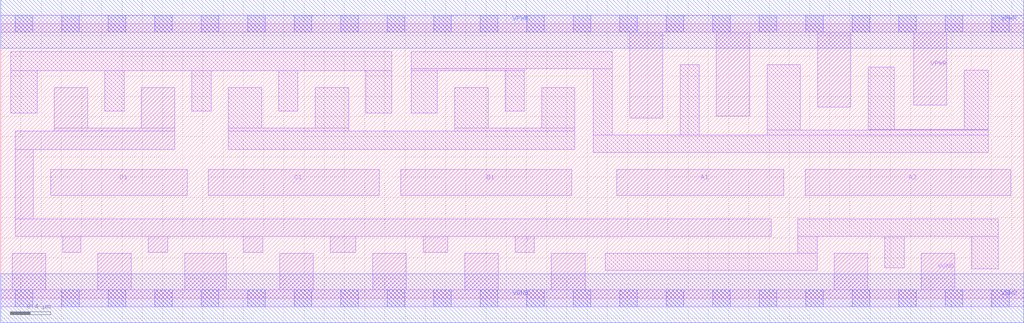
<source format=lef>
# Copyright 2020 The SkyWater PDK Authors
#
# Licensed under the Apache License, Version 2.0 (the "License");
# you may not use this file except in compliance with the License.
# You may obtain a copy of the License at
#
#     https://www.apache.org/licenses/LICENSE-2.0
#
# Unless required by applicable law or agreed to in writing, software
# distributed under the License is distributed on an "AS IS" BASIS,
# WITHOUT WARRANTIES OR CONDITIONS OF ANY KIND, either express or implied.
# See the License for the specific language governing permissions and
# limitations under the License.
#
# SPDX-License-Identifier: Apache-2.0

VERSION 5.7 ;
  NAMESCASESENSITIVE ON ;
  NOWIREEXTENSIONATPIN ON ;
  DIVIDERCHAR "/" ;
  BUSBITCHARS "[]" ;
UNITS
  DATABASE MICRONS 200 ;
END UNITS
MACRO sky130_fd_sc_hd__a2111oi_4
  CLASS CORE ;
  SOURCE USER ;
  FOREIGN sky130_fd_sc_hd__a2111oi_4 ;
  ORIGIN  0.000000  0.000000 ;
  SIZE  10.12000 BY  2.720000 ;
  SYMMETRY X Y R90 ;
  SITE unithd ;
  PIN A1
    ANTENNAGATEAREA  0.990000 ;
    DIRECTION INPUT ;
    USE SIGNAL ;
    PORT
      LAYER li1 ;
        RECT 6.095000 1.020000 7.745000 1.275000 ;
    END
  END A1
  PIN A2
    ANTENNAGATEAREA  0.990000 ;
    DIRECTION INPUT ;
    USE SIGNAL ;
    PORT
      LAYER li1 ;
        RECT 7.960000 1.020000 9.990000 1.275000 ;
    END
  END A2
  PIN B1
    ANTENNAGATEAREA  0.990000 ;
    DIRECTION INPUT ;
    USE SIGNAL ;
    PORT
      LAYER li1 ;
        RECT 3.955000 1.020000 5.650000 1.275000 ;
    END
  END B1
  PIN C1
    ANTENNAGATEAREA  0.990000 ;
    DIRECTION INPUT ;
    USE SIGNAL ;
    PORT
      LAYER li1 ;
        RECT 2.055000 1.020000 3.745000 1.275000 ;
    END
  END C1
  PIN D1
    ANTENNAGATEAREA  0.990000 ;
    DIRECTION INPUT ;
    USE SIGNAL ;
    PORT
      LAYER li1 ;
        RECT 0.495000 1.020000 1.845000 1.275000 ;
    END
  END D1
  PIN Y
    ANTENNADIFFAREA  2.009500 ;
    DIRECTION OUTPUT ;
    USE SIGNAL ;
    PORT
      LAYER li1 ;
        RECT 0.145000 0.615000 7.620000 0.785000 ;
        RECT 0.145000 0.785000 0.320000 1.475000 ;
        RECT 0.145000 1.475000 1.720000 1.655000 ;
        RECT 0.530000 1.655000 1.720000 1.685000 ;
        RECT 0.530000 1.685000 0.860000 2.085000 ;
        RECT 0.615000 0.455000 0.790000 0.615000 ;
        RECT 1.390000 1.685000 1.720000 2.085000 ;
        RECT 1.460000 0.455000 1.650000 0.615000 ;
        RECT 2.400000 0.455000 2.590000 0.615000 ;
        RECT 3.260000 0.455000 3.510000 0.615000 ;
        RECT 4.180000 0.455000 4.420000 0.615000 ;
        RECT 5.090000 0.455000 5.275000 0.615000 ;
    END
  END Y
  PIN VGND
    DIRECTION INOUT ;
    SHAPE ABUTMENT ;
    USE GROUND ;
    PORT
      LAYER li1 ;
        RECT 0.000000 -0.085000 10.120000 0.085000 ;
        RECT 0.115000  0.085000  0.445000 0.445000 ;
        RECT 0.960000  0.085000  1.290000 0.445000 ;
        RECT 1.820000  0.085000  2.230000 0.445000 ;
        RECT 2.760000  0.085000  3.090000 0.445000 ;
        RECT 3.680000  0.085000  4.010000 0.445000 ;
        RECT 4.590000  0.085000  4.920000 0.445000 ;
        RECT 5.445000  0.085000  5.780000 0.445000 ;
        RECT 8.245000  0.085000  8.575000 0.445000 ;
        RECT 9.105000  0.085000  9.435000 0.445000 ;
      LAYER mcon ;
        RECT 0.145000 -0.085000 0.315000 0.085000 ;
        RECT 0.605000 -0.085000 0.775000 0.085000 ;
        RECT 1.065000 -0.085000 1.235000 0.085000 ;
        RECT 1.525000 -0.085000 1.695000 0.085000 ;
        RECT 1.985000 -0.085000 2.155000 0.085000 ;
        RECT 2.445000 -0.085000 2.615000 0.085000 ;
        RECT 2.905000 -0.085000 3.075000 0.085000 ;
        RECT 3.365000 -0.085000 3.535000 0.085000 ;
        RECT 3.825000 -0.085000 3.995000 0.085000 ;
        RECT 4.285000 -0.085000 4.455000 0.085000 ;
        RECT 4.745000 -0.085000 4.915000 0.085000 ;
        RECT 5.205000 -0.085000 5.375000 0.085000 ;
        RECT 5.665000 -0.085000 5.835000 0.085000 ;
        RECT 6.125000 -0.085000 6.295000 0.085000 ;
        RECT 6.585000 -0.085000 6.755000 0.085000 ;
        RECT 7.045000 -0.085000 7.215000 0.085000 ;
        RECT 7.505000 -0.085000 7.675000 0.085000 ;
        RECT 7.965000 -0.085000 8.135000 0.085000 ;
        RECT 8.425000 -0.085000 8.595000 0.085000 ;
        RECT 8.885000 -0.085000 9.055000 0.085000 ;
        RECT 9.345000 -0.085000 9.515000 0.085000 ;
        RECT 9.805000 -0.085000 9.975000 0.085000 ;
      LAYER met1 ;
        RECT 0.000000 -0.240000 10.120000 0.240000 ;
    END
  END VGND
  PIN VPWR
    DIRECTION INOUT ;
    SHAPE ABUTMENT ;
    USE POWER ;
    PORT
      LAYER li1 ;
        RECT 0.000000 2.635000 10.120000 2.805000 ;
        RECT 6.220000 1.785000  6.550000 2.635000 ;
        RECT 7.080000 1.805000  7.410000 2.635000 ;
        RECT 8.080000 1.895000  8.410000 2.635000 ;
        RECT 9.030000 1.915000  9.360000 2.635000 ;
      LAYER mcon ;
        RECT 0.145000 2.635000 0.315000 2.805000 ;
        RECT 0.605000 2.635000 0.775000 2.805000 ;
        RECT 1.065000 2.635000 1.235000 2.805000 ;
        RECT 1.525000 2.635000 1.695000 2.805000 ;
        RECT 1.985000 2.635000 2.155000 2.805000 ;
        RECT 2.445000 2.635000 2.615000 2.805000 ;
        RECT 2.905000 2.635000 3.075000 2.805000 ;
        RECT 3.365000 2.635000 3.535000 2.805000 ;
        RECT 3.825000 2.635000 3.995000 2.805000 ;
        RECT 4.285000 2.635000 4.455000 2.805000 ;
        RECT 4.745000 2.635000 4.915000 2.805000 ;
        RECT 5.205000 2.635000 5.375000 2.805000 ;
        RECT 5.665000 2.635000 5.835000 2.805000 ;
        RECT 6.125000 2.635000 6.295000 2.805000 ;
        RECT 6.585000 2.635000 6.755000 2.805000 ;
        RECT 7.045000 2.635000 7.215000 2.805000 ;
        RECT 7.505000 2.635000 7.675000 2.805000 ;
        RECT 7.965000 2.635000 8.135000 2.805000 ;
        RECT 8.425000 2.635000 8.595000 2.805000 ;
        RECT 8.885000 2.635000 9.055000 2.805000 ;
        RECT 9.345000 2.635000 9.515000 2.805000 ;
        RECT 9.805000 2.635000 9.975000 2.805000 ;
      LAYER met1 ;
        RECT 0.000000 2.480000 10.120000 2.960000 ;
    END
  END VPWR
  OBS
    LAYER li1 ;
      RECT 0.100000 1.835000 0.360000 2.255000 ;
      RECT 0.100000 2.255000 3.870000 2.445000 ;
      RECT 1.030000 1.855000 1.220000 2.255000 ;
      RECT 1.890000 1.855000 2.080000 2.255000 ;
      RECT 2.250000 1.475000 5.680000 1.655000 ;
      RECT 2.250000 1.655000 3.440000 1.685000 ;
      RECT 2.250000 1.685000 2.580000 2.085000 ;
      RECT 2.750000 1.855000 2.940000 2.255000 ;
      RECT 3.110000 1.685000 3.440000 2.085000 ;
      RECT 3.610000 1.835000 3.870000 2.255000 ;
      RECT 4.060000 1.835000 4.320000 2.255000 ;
      RECT 4.060000 2.255000 5.180000 2.275000 ;
      RECT 4.060000 2.275000 6.050000 2.445000 ;
      RECT 4.490000 1.655000 5.680000 1.685000 ;
      RECT 4.490000 1.685000 4.820000 2.085000 ;
      RECT 4.990000 1.855000 5.180000 2.255000 ;
      RECT 5.350000 1.685000 5.680000 2.085000 ;
      RECT 5.860000 1.445000 9.770000 1.615000 ;
      RECT 5.860000 1.615000 6.050000 2.275000 ;
      RECT 5.980000 0.275000 8.075000 0.445000 ;
      RECT 6.720000 1.615000 6.910000 2.315000 ;
      RECT 7.580000 1.615000 9.770000 1.665000 ;
      RECT 7.580000 1.665000 7.910000 2.315000 ;
      RECT 7.885000 0.445000 8.075000 0.615000 ;
      RECT 7.885000 0.615000 9.865000 0.785000 ;
      RECT 8.580000 1.665000 9.770000 1.670000 ;
      RECT 8.580000 1.670000 8.840000 2.290000 ;
      RECT 8.745000 0.300000 8.935000 0.615000 ;
      RECT 9.530000 1.670000 9.770000 2.260000 ;
      RECT 9.605000 0.290000 9.865000 0.615000 ;
  END
END sky130_fd_sc_hd__a2111oi_4
END LIBRARY

</source>
